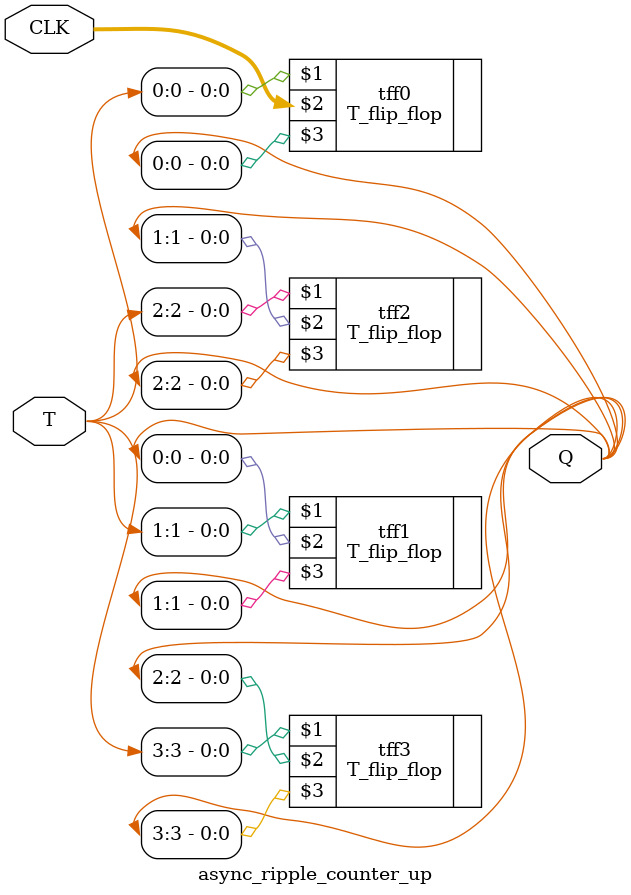
<source format=v>
module t_flip_flop

(input T,CLK,
output reg Q
);

always @(negedge CLK) begin
	
	if(T)
	   Q <= ~Q;
	else
	   Q <= Q;

end
endmodule

module async_ripple_counter_up

(input [3:0]T, CLK,
output [3:0]Q
);

    T_flip_flop tff0 (T[0], CLK,     Q[0]);
    T_flip_flop tff1 (T[1], Q[0],    Q[1]);
    T_flip_flop tff2 (T[2], Q[1],    Q[2]);
    T_flip_flop tff3 (T[3], Q[2],    Q[3]);

endmodule
</source>
